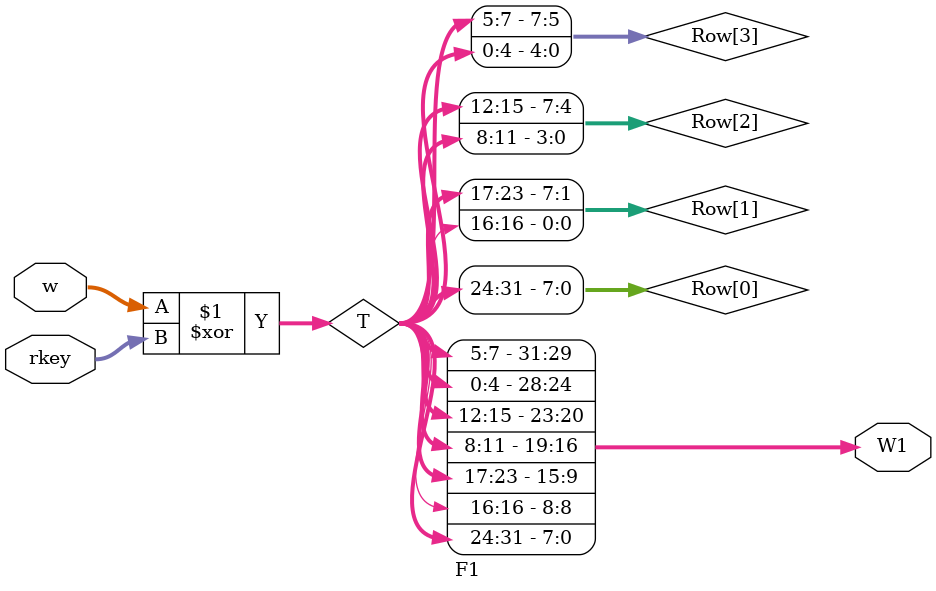
<source format=v>
module F1(w,rkey,W1);
  input[0:31] w;
  input[0:31] rkey;
  output[0:31] W1;
  wire[0:7] Row[0:3];
  wire[0:31] T;
  assign T=w^rkey;
  assign Row[0]=T[24:31];
  assign Row[1]={T[17:23],T[16]};
  assign Row[2]={T[12:15],T[8:11]};
  assign Row[3]={T[5:7],T[0:4]};
  assign W1={Row[3],Row[2],Row[1],Row[0]};

endmodule
</source>
